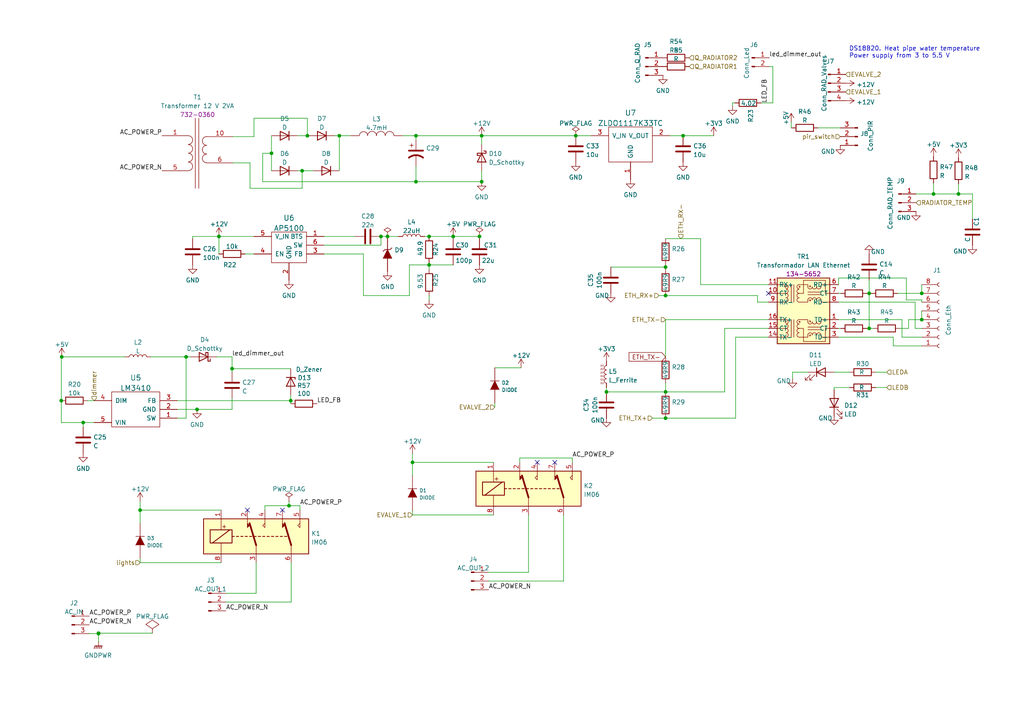
<source format=kicad_sch>
(kicad_sch (version 20211123) (generator eeschema)
  (paper "A4")
  (lib_symbols
    (symbol "Connector:Conn_01x02_Male" (pin_names (offset 1.016) hide)
      (property "Reference" "J" (at 0 2.54 0))
      (property "Value" "Conn_01x02_Male" (at 0 -5.08 0))
      (symbol "Conn_01x02_Male_1_1"
        (pin passive line (at 5.08 0 180) (length 3.81) (name "Pin_1") (number "1"))
        (pin passive line (at 5.08 -2.54 180) (length 3.81) (name "Pin_2") (number "2"))
      )
    )
    (symbol "Connector:Conn_01x03_Male" (pin_names (offset 1.016) hide)
      (property "Reference" "J" (at 0 5.08 0))
      (property "Value" "Conn_01x03_Male" (at 0 -5.08 0))
      (symbol "Conn_01x03_Male_1_1"
        (pin passive line (at 5.08 2.54 180) (length 3.81) (name "Pin_1") (number "1"))
        (pin passive line (at 5.08 0 180) (length 3.81) (name "Pin_2") (number "2"))
        (pin passive line (at 5.08 -2.54 180) (length 3.81) (name "Pin_3") (number "3"))
      )
    )
    (symbol "Connector:Conn_01x04_Male" (pin_names (offset 1.016) hide)
      (property "Reference" "J" (at 0 5.08 0))
      (property "Value" "Conn_01x04_Male" (at 0 -7.62 0))
      (symbol "Conn_01x04_Male_1_1"
        (pin passive line (at 5.08 2.54 180) (length 3.81) (name "Pin_1") (number "1"))
        (pin passive line (at 5.08 0 180) (length 3.81) (name "Pin_2") (number "2"))
        (pin passive line (at 5.08 -2.54 180) (length 3.81) (name "Pin_3") (number "3"))
        (pin passive line (at 5.08 -5.08 180) (length 3.81) (name "Pin_4") (number "4"))
      )
    )
    (symbol "Connector:Conn_01x08_Female" (pin_names (offset 1.016) hide)
      (property "Reference" "J" (at 0 10.16 0))
      (property "Value" "Conn_01x08_Female" (at 0 -12.7 0))
      (symbol "Conn_01x08_Female_1_1"
        (pin passive line (at -5.08 7.62 0) (length 3.81) (name "Pin_1") (number "1"))
        (pin passive line (at -5.08 5.08 0) (length 3.81) (name "Pin_2") (number "2"))
        (pin passive line (at -5.08 2.54 0) (length 3.81) (name "Pin_3") (number "3"))
        (pin passive line (at -5.08 0 0) (length 3.81) (name "Pin_4") (number "4"))
        (pin passive line (at -5.08 -2.54 0) (length 3.81) (name "Pin_5") (number "5"))
        (pin passive line (at -5.08 -5.08 0) (length 3.81) (name "Pin_6") (number "6"))
        (pin passive line (at -5.08 -7.62 0) (length 3.81) (name "Pin_7") (number "7"))
        (pin passive line (at -5.08 -10.16 0) (length 3.81) (name "Pin_8") (number "8"))
      )
    )
    (symbol "Device:C" (pin_numbers hide) (pin_names (offset 0.254))
      (property "Reference" "C" (at 0.635 2.54 0))
      (property "Value" "C" (at 0.635 -2.54 0))
      (symbol "C_1_1"
        (pin passive line (at 0 3.81 270) (length 2.794) (name "~") (number "1"))
        (pin passive line (at 0 -3.81 90) (length 2.794) (name "~") (number "2"))
      )
    )
    (symbol "Device:C_Polarized_US" (pin_numbers hide) (pin_names (offset 0.254) hide)
      (property "Reference" "C" (at 0.635 2.54 0))
      (property "Value" "C_Polarized_US" (at 0.635 -2.54 0))
      (symbol "C_Polarized_US_1_1"
        (pin passive line (at 0 3.81 270) (length 2.794) (name "~") (number "1"))
        (pin passive line (at 0 -3.81 90) (length 3.302) (name "~") (number "2"))
      )
    )
    (symbol "Device:D" (pin_numbers hide) (pin_names (offset 1.016) hide)
      (property "Reference" "D" (at 0 2.54 0))
      (property "Value" "D" (at 0 -2.54 0))
      (symbol "D_1_1"
        (pin passive line (at -3.81 0 0) (length 2.54) (name "K") (number "1"))
        (pin passive line (at 3.81 0 180) (length 2.54) (name "A") (number "2"))
      )
    )
    (symbol "Device:D_Schottky" (pin_numbers hide) (pin_names (offset 1.016) hide)
      (property "Reference" "D" (at 0 2.54 0))
      (property "Value" "D_Schottky" (at 0 -2.54 0))
      (symbol "D_Schottky_1_1"
        (pin passive line (at -3.81 0 0) (length 2.54) (name "K") (number "1"))
        (pin passive line (at 3.81 0 180) (length 2.54) (name "A") (number "2"))
      )
    )
    (symbol "Device:D_Zener" (pin_numbers hide) (pin_names (offset 1.016) hide)
      (property "Reference" "D" (at 0 2.54 0))
      (property "Value" "D_Zener" (at 0 -2.54 0))
      (symbol "D_Zener_1_1"
        (pin passive line (at -3.81 0 0) (length 2.54) (name "K") (number "1"))
        (pin passive line (at 3.81 0 180) (length 2.54) (name "A") (number "2"))
      )
    )
    (symbol "Device:L" (pin_numbers hide) (pin_names (offset 1.016) hide)
      (property "Reference" "L" (at -1.27 0 90))
      (property "Value" "L" (at 1.905 0 90))
      (symbol "L_1_1"
        (pin passive line (at 0 3.81 270) (length 1.27) (name "1") (number "1"))
        (pin passive line (at 0 -3.81 90) (length 1.27) (name "2") (number "2"))
      )
    )
    (symbol "Device:LED" (pin_numbers hide) (pin_names (offset 1.016) hide)
      (property "Reference" "D" (at 0 2.54 0))
      (property "Value" "LED" (at 0 -2.54 0))
      (symbol "LED_1_1"
        (pin passive line (at -3.81 0 0) (length 2.54) (name "K") (number "1"))
        (pin passive line (at 3.81 0 180) (length 2.54) (name "A") (number "2"))
      )
    )
    (symbol "Device:L_Ferrite" (pin_numbers hide) (pin_names (offset 1.016) hide)
      (property "Reference" "L" (at -1.27 0 90))
      (property "Value" "L_Ferrite" (at 2.794 0 90))
      (symbol "L_Ferrite_1_1"
        (pin passive line (at 0 3.81 270) (length 1.27) (name "1") (number "1"))
        (pin passive line (at 0 -3.81 90) (length 1.27) (name "2") (number "2"))
      )
    )
    (symbol "Device:R" (pin_numbers hide) (pin_names (offset 0))
      (property "Reference" "R" (at 2.032 0 90))
      (property "Value" "R" (at 0 0 90))
      (symbol "R_1_1"
        (pin passive line (at 0 3.81 270) (length 1.27) (name "~") (number "1"))
        (pin passive line (at 0 -3.81 90) (length 1.27) (name "~") (number "2"))
      )
    )
    (symbol "Relay:IM06"
      (property "Reference" "K" (at 16.51 3.81 0))
      (property "Value" "IM06" (at 16.51 1.27 0))
      (symbol "IM06_0_0"
        (text "+" (at -9.271 2.921 0) (effects (font (size 1.27 1.27))))
      )
      (symbol "IM06_1_1"
        (pin passive line (at -10.16 7.62 270) (length 2.54) (name "~") (number "1"))
        (pin passive line (at -2.54 7.62 270) (length 2.54) (name "~") (number "2"))
        (pin passive line (at 0 -7.62 90) (length 2.54) (name "~") (number "3"))
        (pin passive line (at 2.54 7.62 270) (length 2.54) (name "~") (number "4"))
        (pin passive line (at 12.7 7.62 270) (length 2.54) (name "~") (number "5"))
        (pin passive line (at 10.16 -7.62 90) (length 2.54) (name "~") (number "6"))
        (pin passive line (at 7.62 7.62 270) (length 2.54) (name "~") (number "7"))
        (pin passive line (at -10.16 -7.62 90) (length 2.54) (name "~") (number "8"))
      )
    )
    (symbol "myLibrary:+3V3" (power) (pin_names (offset 0))
      (property "Value" "+3V3" (at 0 3.556 0))
      (symbol "+3V3_1_1"
        (pin power_in line (at 0 0 90) (length 0) hide (name "+3V3") (number "1"))
      )
    )
    (symbol "myLibrary:AP5100-uhp" (pin_names (offset 1.016))
      (property "Reference" "U101" (at -2.54 8.8138 0))
      (property "Value" "AP5100-uhp" (at -2.54 6.1214 0))
      (symbol "AP5100-uhp_1_1"
        (pin power_out line (at 7.62 2.54 180) (length 5.08) (name "BTS") (number "1"))
        (pin power_in line (at -2.54 -10.16 90) (length 5.08) (name "GND") (number "2"))
        (pin input line (at 7.62 -2.54 180) (length 5.08) (name "FB") (number "3"))
        (pin input line (at -12.7 -2.54 0) (length 5.08) (name "EN") (number "4"))
        (pin power_in line (at -12.7 2.54 0) (length 5.08) (name "V_IN") (number "5"))
        (pin power_in line (at 7.62 0 180) (length 5.08) (name "SW") (number "6"))
      )
    )
    (symbol "myLibrary:DIODE" (pin_numbers hide) (pin_names (offset 1.016) hide)
      (property "Reference" "D" (at 0 2.54 0))
      (property "Value" "DIODE" (at 0 -2.54 0))
      (symbol "DIODE_1_1"
        (pin passive line (at -5.08 0 0) (length 3.81) (name "A") (number "1"))
        (pin passive line (at 5.08 0 180) (length 3.81) (name "K") (number "2"))
      )
    )
    (symbol "myLibrary:GND" (power) (pin_names (offset 0))
      (property "Value" "GND" (at 0 -3.81 0))
      (symbol "GND_1_1"
        (pin power_in line (at 0 0 270) (length 0) hide (name "GND") (number "1"))
      )
    )
    (symbol "myLibrary:INDUCTOR" (pin_numbers hide) (pin_names (offset 1.016) hide)
      (property "Reference" "L" (at -1.27 0 90))
      (property "Value" "INDUCTOR" (at 2.54 0 90))
      (symbol "INDUCTOR_1_1"
        (pin passive line (at 0 7.62 270) (length 2.54) (name "1") (number "1"))
        (pin passive line (at 0 -7.62 90) (length 2.54) (name "2") (number "2"))
      )
    )
    (symbol "myLibrary:LM3410" (pin_names (offset 1.016))
      (property "Reference" "U" (at 6.35 -3.81 0))
      (property "Value" "LM3410" (at -3.81 -3.81 0))
      (symbol "LM3410_1_1"
        (pin open_collector line (at 13.97 1.27 180) (length 5.08) (name "SW") (number "1"))
        (pin power_in line (at 13.97 3.81 180) (length 5.08) (name "GND") (number "2"))
        (pin input line (at 13.97 6.35 180) (length 5.08) (name "FB") (number "3"))
        (pin input line (at -10.16 6.35 0) (length 5.08) (name "DIM") (number "4"))
        (pin power_in line (at -10.16 0 0) (length 5.08) (name "VIN") (number "5"))
      )
    )
    (symbol "myLibrary:PWR_FLAG" (power) (pin_numbers hide) (pin_names (offset 0) hide)
      (property "Value" "PWR_FLAG" (at 0 4.572 0))
      (symbol "PWR_FLAG_0_0"
        (pin power_out line (at 0 0 90) (length 0) (name "pwr") (number "1"))
      )
    )
    (symbol "myLibrary:Transformador LAN Ethernet"
      (property "Reference" "TR" (at 0 10.795 0))
      (property "Value" "Transformador LAN Ethernet" (at 0 -10.795 0))
      (property "rs" "134-5652" (at 0 0 0))
      (symbol "Transformador LAN Ethernet_1_1"
        (pin passive line (at 10.16 -2.54 180) (length 2.54) (name "TD+") (number "1"))
        (pin passive line (at -10.16 5.08 0) (length 2.54) (name "CT") (number "10"))
        (pin passive line (at -10.16 7.62 0) (length 2.54) (name "RX+") (number "11"))
        (pin passive line (at -10.16 -7.62 0) (length 2.54) (name "TX-") (number "14"))
        (pin passive line (at -10.16 -5.08 0) (length 2.54) (name "CT") (number "15"))
        (pin passive line (at -10.16 -2.54 0) (length 2.54) (name "TX+") (number "16"))
        (pin passive line (at 10.16 -5.08 180) (length 2.54) (name "CT") (number "2"))
        (pin passive line (at 10.16 -7.62 180) (length 2.54) (name "TD-") (number "3"))
        (pin passive line (at 10.16 7.62 180) (length 2.54) (name "RD+") (number "6"))
        (pin passive line (at 10.16 5.08 180) (length 2.54) (name "CT") (number "7"))
        (pin passive line (at 10.16 2.54 180) (length 2.54) (name "RD-") (number "8"))
        (pin passive line (at -10.16 2.54 0) (length 2.54) (name "RX-") (number "9"))
      )
    )
    (symbol "myLibrary:Transformer 12 V 2VA" (pin_names (offset 1.016) hide)
      (property "Reference" "T" (at 0 12.7 0))
      (property "Value" "Transformer 12 V 2VA" (at 0 -12.7 0))
      (property "RS" "732-0360" (at 5.842 9.144 0))
      (symbol "Transformer 12 V 2VA_1_1"
        (pin passive line (at -10.16 5.08 0) (length 7.62) (name "AA") (number "1"))
        (pin passive line (at 10.414 4.826 180) (length 7.62) (name "SA") (number "10"))
        (pin passive line (at -10.16 -5.08 0) (length 7.62) (name "AB") (number "5"))
        (pin passive line (at 10.414 -2.794 180) (length 7.62) (name "SD") (number "6"))
      )
    )
    (symbol "myLibrary:ZENER" (pin_numbers hide) (pin_names (offset 1.016) hide)
      (property "Reference" "D" (at 0 2.54 0))
      (property "Value" "ZENER" (at 0 -2.54 0))
      (symbol "ZENER_1_1"
        (pin passive line (at -5.08 0 0) (length 3.81) (name "K") (number "1"))
        (pin passive line (at 5.08 0 180) (length 3.81) (name "A") (number "2"))
      )
    )
    (symbol "myLibrary:ZLDO1117K33TC" (pin_names (offset 1.016))
      (property "Reference" "U" (at 3.81 -7.62 0))
      (property "Value" "ZLDO1117K33TC" (at 1.27 5.08 0))
      (symbol "ZLDO1117K33TC_1_1"
        (pin power_in line (at 0 -11.43 90) (length 5.08) (name "GND") (number "1"))
        (pin power_out line (at 11.43 1.27 180) (length 5.08) (name "V_OUT") (number "2"))
        (pin power_in line (at -11.43 1.27 0) (length 5.08) (name "V_IN") (number "3"))
      )
    )
    (symbol "power:+12V" (power) (pin_names (offset 0))
      (property "Value" "+12V" (at 0 3.556 0))
      (symbol "+12V_1_1"
        (pin power_in line (at 0 0 90) (length 0) hide (name "+12V") (number "1"))
      )
    )
    (symbol "power:+5V" (power) (pin_names (offset 0))
      (property "Value" "+5V" (at 0 3.556 0))
      (symbol "+5V_1_1"
        (pin power_in line (at 0 0 90) (length 0) hide (name "+5V") (number "1"))
      )
    )
    (symbol "power:GNDPWR" (power) (pin_names (offset 0))
      (property "Value" "GNDPWR" (at 0 -3.302 0))
      (symbol "GNDPWR_1_1"
        (pin power_in line (at 0 0 270) (length 0) hide (name "GNDPWR") (number "1"))
      )
    )
    (symbol "power:PWR_FLAG" (power) (pin_numbers hide) (pin_names (offset 0) hide)
      (property "Value" "PWR_FLAG" (at 0 3.81 0))
      (symbol "PWR_FLAG_0_0"
        (pin power_out line (at 0 0 90) (length 0) (name "pwr") (number "1"))
      )
    )
  )
  (junction (at 139.065 68.58))
  (junction (at 110.49 68.58))
  (junction (at 139.7 39.37))
  (junction (at 193.04 113.665))
  (junction (at 53.975 103.505))
  (junction (at 252.095 85.09))
  (junction (at 119.634 134.112))
  (junction (at 28.575 183.769))
  (junction (at 87.63 49.53))
  (junction (at 89.154 39.37))
  (junction (at 84.328 116.205))
  (junction (at 267.335 85.09))
  (junction (at 193.04 77.47))
  (junction (at 278.003 56.261))
  (junction (at 40.64 147.955))
  (junction (at 193.04 85.725))
  (junction (at 63.5 68.58))
  (junction (at 198.12 39.37))
  (junction (at 270.764 56.261))
  (junction (at 267.335 92.71))
  (junction (at 57.15 118.745))
  (junction (at 120.65 39.37))
  (junction (at 17.907 103.505))
  (junction (at 17.78 116.205))
  (junction (at 28.575 183.642))
  (junction (at 120.65 52.705))
  (junction (at 167.005 39.37))
  (junction (at 252.095 95.25))
  (junction (at 98.425 39.37))
  (junction (at 131.445 68.58))
  (junction (at 124.46 68.58))
  (junction (at 83.82 146.685))
  (junction (at 67.31 106.934))
  (junction (at 24.13 122.555))
  (junction (at 78.74 44.45))
  (junction (at 193.04 121.285))
  (junction (at 112.395 68.58))
  (junction (at 124.46 76.835))
  (junction (at 139.7 52.705))
  (junction (at 175.895 113.665))
  (no_connect (at 81.915 147.955))
  (no_connect (at 160.909 134.112))
  (no_connect (at 155.829 134.112))
  (no_connect (at 222.885 85.09))
  (no_connect (at 71.755 147.955))
  (wire (pts (xy 229.87 107.95) (xy 229.87 109.855)))
  (wire (pts (xy 118.745 76.835) (xy 124.46 76.835)))
  (wire (pts (xy 220.726 29.845) (xy 224.155 29.845)))
  (wire (pts (xy 210.185 113.665) (xy 193.04 113.665)))
  (wire (pts (xy 282.067 63.5) (xy 282.067 56.261)))
  (wire (pts (xy 141.732 168.529) (xy 163.449 168.529)))
  (wire (pts (xy 28.575 183.769) (xy 28.575 186.055)))
  (wire (pts (xy 67.564 47.244) (xy 72.517 47.244)))
  (wire (pts (xy 73.66 68.58) (xy 63.5 68.58)))
  (wire (pts (xy 241.935 112.395) (xy 241.935 113.03)))
  (wire (pts (xy 120.65 39.37) (xy 139.7 39.37)))
  (wire (pts (xy 40.64 147.955) (xy 40.64 151.765)))
  (wire (pts (xy 51.435 121.285) (xy 53.975 121.285)))
  (wire (pts (xy 65.532 172.085) (xy 74.295 172.085)))
  (wire (pts (xy 251.46 95.25) (xy 252.095 95.25)))
  (wire (pts (xy 84.328 116.205) (xy 84.328 117.094)))
  (wire (pts (xy 203.2 82.55) (xy 203.2 69.215)))
  (wire (pts (xy 262.89 86.995) (xy 267.335 86.995)))
  (wire (pts (xy 86.36 49.53) (xy 87.63 49.53)))
  (wire (pts (xy 139.065 69.215) (xy 139.065 68.58)))
  (wire (pts (xy 110.49 68.58) (xy 112.395 68.58)))
  (wire (pts (xy 123.19 68.58) (xy 124.46 68.58)))
  (wire (pts (xy 40.64 161.925) (xy 40.64 163.195)))
  (wire (pts (xy 131.445 68.58) (xy 139.065 68.58)))
  (wire (pts (xy 67.31 103.505) (xy 62.865 103.505)))
  (wire (pts (xy 36.195 103.505) (xy 17.907 103.505)))
  (wire (pts (xy 119.634 134.112) (xy 143.129 134.112)))
  (wire (pts (xy 222.885 92.71) (xy 193.04 92.71)))
  (wire (pts (xy 119.634 131.572) (xy 119.634 134.112)))
  (wire (pts (xy 139.7 52.705) (xy 120.65 52.705)))
  (wire (pts (xy 139.7 41.91) (xy 139.7 39.37)))
  (wire (pts (xy 53.975 103.505) (xy 55.245 103.505)))
  (wire (pts (xy 74.295 163.195) (xy 74.295 172.085)))
  (wire (pts (xy 203.2 69.215) (xy 193.04 69.215)))
  (wire (pts (xy 78.74 44.45) (xy 78.74 49.53)))
  (wire (pts (xy 119.634 134.112) (xy 119.634 137.922)))
  (wire (pts (xy 243.713 37.084) (xy 237.236 37.084)))
  (wire (pts (xy 150.749 134.112) (xy 150.749 132.842)))
  (wire (pts (xy 193.04 85.725) (xy 219.71 85.725)))
  (wire (pts (xy 141.732 165.989) (xy 153.289 165.989)))
  (wire (pts (xy 263.525 92.71) (xy 267.335 92.71)))
  (wire (pts (xy 78.74 39.37) (xy 78.74 44.45)))
  (wire (pts (xy 43.815 103.505) (xy 53.975 103.505)))
  (wire (pts (xy 116.84 39.37) (xy 120.65 39.37)))
  (wire (pts (xy 118.745 85.725) (xy 118.745 76.835)))
  (wire (pts (xy 193.04 77.47) (xy 193.04 76.835)))
  (wire (pts (xy 194.31 39.37) (xy 198.12 39.37)))
  (wire (pts (xy 112.395 68.58) (xy 115.57 68.58)))
  (wire (pts (xy 282.067 56.261) (xy 278.003 56.261)))
  (wire (pts (xy 265.43 95.25) (xy 267.335 95.25)))
  (wire (pts (xy 175.895 113.665) (xy 193.04 113.665)))
  (wire (pts (xy 67.31 103.505) (xy 67.31 106.934)))
  (wire (pts (xy 219.71 87.63) (xy 222.885 87.63)))
  (wire (pts (xy 73.66 34.29) (xy 89.154 34.29)))
  (wire (pts (xy 212.471 29.845) (xy 213.106 29.845)))
  (wire (pts (xy 270.764 56.261) (xy 278.003 56.261)))
  (wire (pts (xy 84.455 163.195) (xy 84.455 174.625)))
  (wire (pts (xy 243.205 80.645) (xy 262.89 80.645)))
  (wire (pts (xy 86.995 146.685) (xy 86.995 147.955)))
  (wire (pts (xy 17.78 103.505) (xy 17.78 116.205)))
  (wire (pts (xy 76.835 146.685) (xy 76.835 147.955)))
  (wire (pts (xy 265.43 87.63) (xy 265.43 95.25)))
  (wire (pts (xy 219.71 85.725) (xy 219.71 87.63)))
  (wire (pts (xy 65.532 174.625) (xy 84.455 174.625)))
  (wire (pts (xy 252.095 95.25) (xy 253.365 95.25)))
  (wire (pts (xy 76.2 44.45) (xy 78.74 44.45)))
  (wire (pts (xy 98.425 39.37) (xy 101.6 39.37)))
  (wire (pts (xy 87.63 49.53) (xy 90.805 49.53)))
  (wire (pts (xy 25.908 183.769) (xy 28.575 183.769)))
  (wire (pts (xy 270.764 53.086) (xy 270.764 56.261)))
  (wire (pts (xy 267.335 86.995) (xy 267.335 87.63)))
  (wire (pts (xy 93.98 71.12) (xy 110.49 71.12)))
  (wire (pts (xy 259.08 97.79) (xy 259.08 100.33)))
  (wire (pts (xy 177.165 77.47) (xy 193.04 77.47)))
  (wire (pts (xy 24.13 122.555) (xy 27.305 122.555)))
  (wire (pts (xy 263.525 95.25) (xy 263.525 92.71)))
  (wire (pts (xy 17.78 122.555) (xy 24.13 122.555)))
  (wire (pts (xy 153.289 149.352) (xy 153.289 165.989)))
  (wire (pts (xy 213.36 121.285) (xy 213.36 97.79)))
  (wire (pts (xy 124.46 76.2) (xy 124.46 76.835)))
  (wire (pts (xy 25.4 116.205) (xy 27.305 116.205)))
  (wire (pts (xy 53.975 121.285) (xy 53.975 103.505)))
  (wire (pts (xy 17.78 116.205) (xy 17.78 122.555)))
  (wire (pts (xy 261.62 92.71) (xy 261.62 97.79)))
  (wire (pts (xy 71.12 73.66) (xy 73.66 73.66)))
  (wire (pts (xy 97.155 39.37) (xy 98.425 39.37)))
  (wire (pts (xy 210.185 95.25) (xy 210.185 113.665)))
  (wire (pts (xy 40.64 147.955) (xy 64.135 147.955)))
  (wire (pts (xy 254 107.95) (xy 257.175 107.95)))
  (wire (pts (xy 119.634 148.082) (xy 119.634 149.352)))
  (wire (pts (xy 213.36 97.79) (xy 222.885 97.79)))
  (wire (pts (xy 241.935 107.95) (xy 246.38 107.95)))
  (wire (pts (xy 24.13 123.825) (xy 24.13 122.555)))
  (wire (pts (xy 198.12 39.37) (xy 207.01 39.37)))
  (wire (pts (xy 105.41 85.725) (xy 118.745 85.725)))
  (wire (pts (xy 163.449 149.352) (xy 163.449 168.529)))
  (wire (pts (xy 278.003 53.34) (xy 278.003 56.261)))
  (wire (pts (xy 212.471 30.734) (xy 212.471 29.845)))
  (wire (pts (xy 254 112.395) (xy 257.175 112.395)))
  (wire (pts (xy 110.49 71.12) (xy 110.49 68.58)))
  (wire (pts (xy 252.095 81.28) (xy 252.095 85.09)))
  (wire (pts (xy 84.328 114.554) (xy 84.328 116.205)))
  (wire (pts (xy 261.62 97.79) (xy 267.335 97.79)))
  (wire (pts (xy 44.196 183.642) (xy 28.575 183.642)))
  (wire (pts (xy 167.005 39.37) (xy 171.45 39.37)))
  (wire (pts (xy 193.04 92.71) (xy 193.04 103.505)))
  (wire (pts (xy 265.684 56.261) (xy 270.764 56.261)))
  (wire (pts (xy 229.616 37.084) (xy 229.489 37.084)))
  (wire (pts (xy 124.46 76.835) (xy 131.445 76.835)))
  (wire (pts (xy 165.989 132.842) (xy 165.989 134.112)))
  (wire (pts (xy 40.64 163.195) (xy 64.135 163.195)))
  (wire (pts (xy 252.095 95.25) (xy 252.095 85.09)))
  (wire (pts (xy 139.7 39.37) (xy 167.005 39.37)))
  (wire (pts (xy 83.82 145.415) (xy 83.82 146.685)))
  (wire (pts (xy 260.985 95.25) (xy 263.525 95.25)))
  (wire (pts (xy 55.88 68.58) (xy 55.88 69.215)))
  (wire (pts (xy 83.82 146.685) (xy 76.835 146.685)))
  (wire (pts (xy 51.435 118.745) (xy 57.15 118.745)))
  (wire (pts (xy 189.23 121.285) (xy 193.04 121.285)))
  (wire (pts (xy 93.98 68.58) (xy 102.87 68.58)))
  (wire (pts (xy 261.62 92.71) (xy 243.205 92.71)))
  (wire (pts (xy 260.35 85.09) (xy 267.335 85.09)))
  (wire (pts (xy 243.205 85.09) (xy 243.84 85.09)))
  (wire (pts (xy 83.82 146.685) (xy 86.995 146.685)))
  (wire (pts (xy 175.895 112.395) (xy 175.895 113.665)))
  (wire (pts (xy 17.907 103.505) (xy 17.78 103.505)))
  (wire (pts (xy 120.65 52.705) (xy 76.2 52.705)))
  (wire (pts (xy 262.89 80.645) (xy 262.89 86.995)))
  (wire (pts (xy 234.315 107.95) (xy 229.87 107.95)))
  (wire (pts (xy 193.04 77.47) (xy 193.04 78.105)))
  (wire (pts (xy 28.575 183.642) (xy 28.575 183.769)))
  (wire (pts (xy 98.425 49.53) (xy 98.425 39.37)))
  (wire (pts (xy 252.095 85.09) (xy 252.73 85.09)))
  (wire (pts (xy 229.489 35.433) (xy 229.489 37.084)))
  (wire (pts (xy 67.31 106.934) (xy 84.328 106.934)))
  (wire (pts (xy 72.517 54.61) (xy 87.63 54.61)))
  (wire (pts (xy 143.51 116.84) (xy 143.51 118.11)))
  (wire (pts (xy 124.46 76.835) (xy 124.46 78.105)))
  (wire (pts (xy 243.205 95.25) (xy 243.84 95.25)))
  (wire (pts (xy 243.205 80.645) (xy 243.205 82.55)))
  (wire (pts (xy 243.205 87.63) (xy 265.43 87.63)))
  (wire (pts (xy 222.885 95.25) (xy 210.185 95.25)))
  (wire (pts (xy 73.66 39.624) (xy 73.66 34.29)))
  (wire (pts (xy 93.98 73.66) (xy 105.41 73.66)))
  (wire (pts (xy 51.435 116.205) (xy 84.328 116.205)))
  (wire (pts (xy 193.04 121.285) (xy 213.36 121.285)))
  (wire (pts (xy 89.154 39.37) (xy 89.535 39.37)))
  (wire (pts (xy 193.04 111.125) (xy 193.04 113.665)))
  (wire (pts (xy 191.135 85.725) (xy 193.04 85.725)))
  (wire (pts (xy 150.749 132.842) (xy 165.989 132.842)))
  (wire (pts (xy 63.5 68.58) (xy 63.5 73.66)))
  (wire (pts (xy 139.7 49.53) (xy 139.7 52.705)))
  (wire (pts (xy 86.36 39.37) (xy 89.154 39.37)))
  (wire (pts (xy 243.205 97.79) (xy 259.08 97.79)))
  (wire (pts (xy 246.38 112.395) (xy 241.935 112.395)))
  (wire (pts (xy 223.139 19.304) (xy 224.155 19.304)))
  (wire (pts (xy 63.5 68.58) (xy 55.88 68.58)))
  (wire (pts (xy 251.46 85.09) (xy 252.095 85.09)))
  (wire (pts (xy 89.154 34.29) (xy 89.154 39.37)))
  (wire (pts (xy 124.46 68.58) (xy 131.445 68.58)))
  (wire (pts (xy 120.65 48.26) (xy 120.65 52.705)))
  (wire (pts (xy 67.31 115.57) (xy 67.31 118.745)))
  (wire (pts (xy 267.335 82.55) (xy 267.335 85.09)))
  (wire (pts (xy 259.08 100.33) (xy 267.335 100.33)))
  (wire (pts (xy 222.885 82.55) (xy 203.2 82.55)))
  (wire (pts (xy 143.51 106.68) (xy 151.13 106.68)))
  (wire (pts (xy 119.634 149.352) (xy 143.129 149.352)))
  (wire (pts (xy 120.65 39.37) (xy 120.65 40.64)))
  (wire (pts (xy 267.335 90.17) (xy 267.335 92.71)))
  (wire (pts (xy 105.41 73.66) (xy 105.41 85.725)))
  (wire (pts (xy 76.2 52.705) (xy 76.2 44.45)))
  (wire (pts (xy 67.564 39.624) (xy 73.66 39.624)))
  (wire (pts (xy 67.31 106.934) (xy 67.31 107.95)))
  (wire (pts (xy 72.517 47.244) (xy 72.517 54.61)))
  (wire (pts (xy 131.445 69.215) (xy 131.445 68.58)))
  (wire (pts (xy 224.155 19.304) (xy 224.155 29.845)))
  (wire (pts (xy 124.46 85.725) (xy 124.46 86.995)))
  (wire (pts (xy 67.31 118.745) (xy 57.15 118.745)))
  (wire (pts (xy 40.64 145.415) (xy 40.64 147.955)))
  (wire (pts (xy 87.63 49.53) (xy 87.63 54.61)))
  (text "DS18B20. Heat pipe water temperature\nPower supply from 3 to 5.5 V" (at 246.253 17.018 0) (effects (font (size 1.27 1.27)) (justify left bottom)))
  (label "AC_POWER_P" (at 25.908 178.689 0))
  (label "AC_POWER_N" (at 65.532 177.165 0))
  (label "AC_POWER_N" (at 141.732 171.069 0))
  (label "AC_POWER_N" (at 25.908 181.229 0))
  (label "AC_POWER_N" (at 46.99 49.53 180))
  (label "AC_POWER_P" (at 165.989 132.842 0))
  (label "AC_POWER_P" (at 46.99 39.37 180))
  (label "AC_POWER_P" (at 86.995 146.685 0))
  (label "LED_FB" (at 91.948 117.094 0))
  (label "LED_FB" (at 222.758 29.845 90))
  (label "led_dimmer_out" (at 67.31 103.5304 0))
  (label "led_dimmer_out" (at 223.139 16.764 0))
  (global_label "ETH_TX-" (shape input) (at 193.04 103.505 180) (property "Intersheet References" "${INTERSHEET_REFS}" (effects hide)))
  (hierarchical_label "ETH_RX+" (shape input) (at 191.135 85.725 180))
  (hierarchical_label "Q_RADIATOR2" (shape input) (at 199.898 16.764 0))
  (hierarchical_label "ETH_TX+" (shape input) (at 189.23 121.285 180))
  (hierarchical_label "pir_switch" (shape input) (at 243.713 39.624 180))
  (hierarchical_label "RADIATOR_TEMP" (shape input) (at 265.684 58.801 0))
  (hierarchical_label "EVALVE_1" (shape input) (at 245.237 26.67 0))
  (hierarchical_label "lights" (shape input) (at 40.64 163.195 180))
  (hierarchical_label "dimmer" (shape input) (at 27.305 116.205 90))
  (hierarchical_label "ETH_RX-" (shape input) (at 197.485 69.215 90))
  (hierarchical_label "LEDA" (shape input) (at 257.175 107.95 0))
  (hierarchical_label "EVALVE_1" (shape input) (at 119.634 149.352 180))
  (hierarchical_label "LEDB" (shape input) (at 257.175 112.395 0))
  (hierarchical_label "ETH_TX-" (shape input) (at 193.04 92.71 180))
  (hierarchical_label "EVALVE_2" (shape input) (at 143.51 118.11 180))
  (hierarchical_label "EVALVE_2" (shape input) (at 245.237 21.59 0))
  (hierarchical_label "Q_RADIATOR1" (shape input) (at 199.898 19.304 0))
  (symbol (lib_id "myLibrary:DIODE") (at 119.634 143.002 90) (unit 1)
    (property "Reference" "D1" (at 121.6152 142.2708 90) (effects (font (size 1.016 1.016)) (justify right)))
    (property "Value" "DIODE" (at 121.6152 144.3512 90) (effects (font (size 1.016 1.016)) (justify right)))
    (property "Footprint" "Diode_SMD:D_SMA" (effects hide))
    (property "RS" "708-2197" (effects hide))
  )
  (symbol (lib_id "myLibrary:+3V3") (at 278.003 45.72 0) (unit 1)
    (property "Reference" "#PWR0117" (effects hide))
    (property "Value" "+3V3" (at 278.003 42.1442 0))
  )
  (symbol (lib_id "Connector:Conn_01x03_Male") (at 136.652 168.529 0) (unit 1)
    (property "Reference" "J4" (at 137.287 162.213 0))
    (property "Value" "AC_OUT_2" (at 137.287 164.7499 0))
    (property "Footprint" "TerminalBlock:TerminalBlock_bornier-3_P5.08mm" (effects hide))
  )
  (symbol (lib_id "Device:C") (at 198.12 43.18 0) (unit 1)
    (property "Reference" "C36" (at 201.041 42.3453 0) (effects (justify left)))
    (property "Value" "10u" (at 201.041 44.8822 0) (effects (justify left)))
    (property "Footprint" "Capacitor_Tantalum_SMD:CP_EIA-3528-12_Kemet-T_Pad1.50x2.35mm_HandSolder" (effects hide))
  )
  (symbol (lib_id "Connector:Conn_01x02_Male") (at 218.059 16.764 0) (unit 1)
    (property "Reference" "J6" (at 218.694 12.988 0))
    (property "Value" "Conn_Led" (at 216.535 18.288 90))
    (property "Footprint" "Connector_JST:JST_PH_B2B-PH-K_1x02_P2.00mm_Vertical" (effects hide))
  )
  (symbol (lib_id "Device:C") (at 106.68 68.58 90) (unit 1)
    (property "Reference" "C28" (at 106.68 62.7212 90))
    (property "Value" "22n" (at 106.68 65.2581 90))
    (property "Footprint" "Capacitor_SMD:C_0603_1608Metric_Pad1.08x0.95mm_HandSolder" (effects hide))
  )
  (symbol (lib_id "myLibrary:GND") (at 182.88 52.07 0) (unit 1)
    (property "Reference" "#PWR088" (effects hide))
    (property "Value" "GND" (at 182.88 56.5134 0))
  )
  (symbol (lib_id "myLibrary:GND") (at 282.067 71.12 0) (unit 1)
    (property "Reference" "#PWR05" (effects hide))
    (property "Value" "GND" (at 278.511 72.898 0))
  )
  (symbol (lib_id "myLibrary:Transformador LAN Ethernet") (at 233.045 90.17 0) (unit 1)
    (property "Reference" "TR1" (at 233.045 74.4084 0))
    (property "Value" "Transformador LAN Ethernet" (at 233.045 76.9453 0))
    (property "Footprint" "footprints:SM13072APEL" (effects hide))
    (property "rs" "134-5652" (at 233.045 79.4822 0))
  )
  (symbol (lib_id "power:+12V") (at 139.7 39.37 0) (unit 1)
    (property "Reference" "#PWR082" (effects hide))
    (property "Value" "+12V" (at 139.7 35.7942 0))
  )
  (symbol (lib_id "Device:C") (at 177.165 81.28 180) (unit 1)
    (property "Reference" "C35" (at 171.3062 81.28 90))
    (property "Value" "100n" (at 173.8431 81.28 90))
    (property "Footprint" "Capacitor_SMD:C_0603_1608Metric_Pad1.08x0.95mm_HandSolder" (effects hide))
  )
  (symbol (lib_id "Connector:Conn_01x08_Female") (at 272.415 92.71 0) (mirror x) (unit 1)
    (property "Reference" "J1" (at 271.78 78.393 0))
    (property "Value" "Conn_Eth" (at 275.082 92.837 90))
    (property "Footprint" "Connector_PinHeader_2.54mm:PinHeader_1x08_P2.54mm_Vertical" (effects hide))
    (property "RS" "7189813" (effects hide))
  )
  (symbol (lib_id "myLibrary:GND") (at 139.7 52.705 0) (unit 1)
    (property "Reference" "#PWR083" (effects hide))
    (property "Value" "GND" (at 139.7 57.1484 0))
  )
  (symbol (lib_id "Device:R") (at 124.46 81.915 0) (unit 1)
    (property "Reference" "R25" (at 126.365 83.185 90) (effects (justify left)))
    (property "Value" "9.53" (at 121.92 83.82 90) (effects (justify left)))
    (property "Footprint" "Resistor_SMD:R_0603_1608Metric_Pad0.98x0.95mm_HandSolder" (effects hide))
  )
  (symbol (lib_id "Connector:Conn_01x03_Male") (at 248.793 39.624 180) (unit 1)
    (property "Reference" "J8" (at 249.5042 38.7893 0) (effects (justify right)))
    (property "Value" "Conn_PIR" (at 252.476 43.942 90) (effects (justify right)))
    (property "Footprint" "Connector_JST:JST_PH_B3B-PH-K_1x03_P2.00mm_Vertical" (effects hide))
  )
  (symbol (lib_id "Device:L_Ferrite") (at 175.895 108.585 180) (unit 1)
    (property "Reference" "L5" (at 176.53 107.7503 0) (effects (justify right)))
    (property "Value" "L_Ferrite" (at 176.53 110.2872 0) (effects (justify right)))
    (property "Footprint" "Inductor_SMD:L_0805_2012Metric_Pad1.15x1.40mm_HandSolder" (effects hide))
  )
  (symbol (lib_id "myLibrary:GND") (at 139.065 76.835 0) (unit 1)
    (property "Reference" "#PWR081" (effects hide))
    (property "Value" "GND" (at 139.065 81.2784 0))
  )
  (symbol (lib_id "myLibrary:INDUCTOR") (at 109.22 39.37 90) (unit 1)
    (property "Reference" "L3" (at 109.22 34.5268 90))
    (property "Value" "4.7mH" (at 109.22 37.0637 90))
    (property "Footprint" "Inductor_SMD:L_12x12mm_H8mm" (effects hide))
    (property "Supplier and ref" "874-9826" (effects hide))
  )
  (symbol (lib_id "myLibrary:GND") (at 252.095 73.66 180) (unit 1)
    (property "Reference" "#PWR0103" (effects hide))
    (property "Value" "GND" (at 254.635 73.025 0))
  )
  (symbol (lib_id "myLibrary:GND") (at 167.005 46.99 0) (unit 1)
    (property "Reference" "#PWR087" (effects hide))
    (property "Value" "GND" (at 167.005 51.4334 0))
  )
  (symbol (lib_id "Device:R") (at 193.04 107.315 0) (unit 1)
    (property "Reference" "R28" (at 194.818 106.4803 0) (effects (justify left)))
    (property "Value" "49R9" (at 193.04 109.855 90) (effects (justify left)))
    (property "Footprint" "Resistor_SMD:R_0603_1608Metric_Pad0.98x0.95mm_HandSolder" (effects hide))
  )
  (symbol (lib_id "Device:R") (at 124.46 72.39 0) (unit 1)
    (property "Reference" "R24" (at 126.365 74.295 90) (effects (justify left)))
    (property "Value" "49.9" (at 121.92 74.295 90) (effects (justify left)))
    (property "Footprint" "Resistor_SMD:R_0603_1608Metric_Pad0.98x0.95mm_HandSolder" (effects hide))
  )
  (symbol (lib_id "power:PWR_FLAG") (at 112.395 68.58 0) (unit 1)
    (property "Reference" "#FLG04" (effects hide))
    (property "Value" "PWR_FLAG" (effects hide))
  )
  (symbol (lib_id "Device:R") (at 193.04 73.025 0) (unit 1)
    (property "Reference" "R26" (at 194.818 72.1903 0) (effects (justify left)))
    (property "Value" "49R9" (at 193.04 75.565 90) (effects (justify left)))
    (property "Footprint" "Resistor_SMD:R_0603_1608Metric_Pad0.98x0.95mm_HandSolder" (effects hide))
  )
  (symbol (lib_id "myLibrary:GND") (at 177.165 85.09 0) (unit 1)
    (property "Reference" "#PWR091" (effects hide))
    (property "Value" "GND" (at 174.625 85.725 0))
  )
  (symbol (lib_id "myLibrary:+3V3") (at 207.01 39.37 0) (unit 1)
    (property "Reference" "#PWR093" (effects hide))
    (property "Value" "+3V3" (at 207.01 35.7942 0))
  )
  (symbol (lib_id "Relay:IM06") (at 74.295 155.575 0) (unit 1)
    (property "Reference" "K1" (at 90.297 154.7403 0) (effects (justify left)))
    (property "Value" "IM06" (at 90.297 157.2772 0) (effects (justify left)))
    (property "Footprint" "footprints:IM06CTS" (effects hide))
    (property "Datasheet" "http://www.te.com/commerce/DocumentDelivery/DDEController?Action=srchrtrv&DocNm=108-98001&DocType=SS&DocLang=EN" (effects hide))
    (property "Supplier and ref" "422-7041" (effects hide))
  )
  (symbol (lib_id "Device:C") (at 175.895 117.475 180) (unit 1)
    (property "Reference" "C34" (at 170.0362 117.475 90))
    (property "Value" "100n" (at 172.5731 117.475 90))
    (property "Footprint" "Capacitor_SMD:C_0603_1608Metric_Pad1.08x0.95mm_HandSolder" (effects hide))
  )
  (symbol (lib_id "Device:C") (at 55.88 73.025 0) (unit 1)
    (property "Reference" "C26" (at 58.801 72.1903 0) (effects (justify left)))
    (property "Value" "100n" (at 58.801 74.7272 0) (effects (justify left)))
    (property "Footprint" "Capacitor_SMD:C_0603_1608Metric_Pad1.08x0.95mm_HandSolder" (effects hide))
  )
  (symbol (lib_id "power:+12V") (at 151.13 106.68 0) (unit 1)
    (property "Reference" "#PWR0105" (effects hide))
    (property "Value" "+12V" (at 151.13 103.1042 0))
  )
  (symbol (lib_id "Device:R") (at 270.764 49.276 0) (unit 1)
    (property "Reference" "R47" (at 272.542 48.4413 0) (effects (justify left)))
    (property "Value" "R" (at 272.542 50.9782 0) (effects (justify left)))
    (property "Footprint" "Resistor_SMD:R_0603_1608Metric_Pad0.98x0.95mm_HandSolder" (effects hide))
  )
  (symbol (lib_id "myLibrary:ZENER") (at 112.395 73.66 270) (unit 1)
    (property "Reference" "D9" (at 114.4016 72.5205 90) (effects (justify left)))
    (property "Value" "ZENER" (effects hide))
    (property "Footprint" "Diode_SMD:D_SOD-323" (effects hide))
  )
  (symbol (lib_id "Device:C") (at 67.31 111.76 0) (unit 1)
    (property "Reference" "C27" (at 70.231 110.9253 0) (effects (justify left)))
    (property "Value" "C" (at 70.231 113.4622 0) (effects (justify left)))
    (property "Footprint" "Capacitor_SMD:C_0603_1608Metric_Pad1.08x0.95mm_HandSolder" (effects hide))
  )
  (symbol (lib_id "myLibrary:+3V3") (at 175.895 104.775 0) (unit 1)
    (property "Reference" "#PWR089" (effects hide))
    (property "Value" "+3V3" (at 175.895 101.1992 0))
  )
  (symbol (lib_id "myLibrary:GND") (at 192.278 21.844 0) (unit 1)
    (property "Reference" "#PWR02" (effects hide))
    (property "Value" "GND" (at 192.278 26.2874 0))
  )
  (symbol (lib_id "myLibrary:GND") (at 55.88 76.835 0) (unit 1)
    (property "Reference" "#PWR071" (effects hide))
    (property "Value" "GND" (at 55.88 81.2784 0))
  )
  (symbol (lib_id "myLibrary:LM3410") (at 37.465 122.555 0) (unit 1)
    (property "Reference" "U5" (at 39.37 109.5809 0) (effects (font (size 1.524 1.524))))
    (property "Value" "LM3410" (at 39.37 112.5743 0) (effects (font (size 1.524 1.524))))
    (property "Footprint" "Package_TO_SOT_SMD:SOT-23-5_HandSoldering" (effects hide))
    (property "Supplier and ref" "517268" (effects hide))
  )
  (symbol (lib_id "Relay:IM06") (at 153.289 141.732 0) (unit 1)
    (property "Reference" "K2" (at 169.291 140.8973 0) (effects (justify left)))
    (property "Value" "IM06" (at 169.291 143.4342 0) (effects (justify left)))
    (property "Footprint" "footprints:IM06CTS" (effects hide))
    (property "Datasheet" "http://www.te.com/commerce/DocumentDelivery/DDEController?Action=srchrtrv&DocNm=108-98001&DocType=SS&DocLang=EN" (effects hide))
    (property "Supplier and ref" "422-7041" (effects hide))
  )
  (symbol (lib_id "Connector:Conn_01x04_Male") (at 240.157 24.13 0) (unit 1)
    (property "Reference" "J7" (at 240.792 17.814 0))
    (property "Value" "Conn_RAD_Valves" (at 239.014 24.13 90))
    (property "Footprint" "Connector_JST:JST_PH_B4B-PH-K_1x04_P2.00mm_Vertical" (effects hide))
  )
  (symbol (lib_id "Device:L") (at 119.38 68.58 90) (unit 1)
    (property "Reference" "L4" (at 119.38 64.3722 90))
    (property "Value" "22uH" (at 119.38 66.9091 90))
    (property "Footprint" "Inductor_SMD:L_Wuerth_WE-PD2-Typ-L" (effects hide))
  )
  (symbol (lib_id "power:+12V") (at 40.64 145.415 0) (unit 1)
    (property "Reference" "#PWR069" (effects hide))
    (property "Value" "+12V" (at 40.64 141.8392 0))
  )
  (symbol (lib_id "Device:C") (at 167.005 43.18 0) (unit 1)
    (property "Reference" "C33" (at 169.926 42.3453 0) (effects (justify left)))
    (property "Value" "10u" (at 169.926 44.8822 0) (effects (justify left)))
    (property "Footprint" "Capacitor_Tantalum_SMD:CP_EIA-3528-12_Kemet-T_Pad1.50x2.35mm_HandSolder" (effects hide))
  )
  (symbol (lib_id "myLibrary:GND") (at 198.12 46.99 0) (unit 1)
    (property "Reference" "#PWR092" (effects hide))
    (property "Value" "GND" (at 198.12 51.4334 0))
  )
  (symbol (lib_id "Connector:Conn_01x03_Male") (at 20.828 181.229 0) (unit 1)
    (property "Reference" "J2" (at 21.463 174.913 0))
    (property "Value" "AC_IN" (at 21.463 177.4499 0))
    (property "Footprint" "TerminalBlock:TerminalBlock_bornier-3_P5.08mm" (effects hide))
  )
  (symbol (lib_id "power:GNDPWR") (at 28.575 186.055 0) (unit 1)
    (property "Reference" "#PWR01" (effects hide))
    (property "Value" "GNDPWR" (at 28.448 190.092 0))
  )
  (symbol (lib_id "myLibrary:GND") (at 83.82 81.28 0) (unit 1)
    (property "Reference" "#PWR076" (effects hide))
    (property "Value" "GND" (at 83.82 85.7234 0))
  )
  (symbol (lib_id "myLibrary:ZLDO1117K33TC") (at 182.88 40.64 0) (unit 1)
    (property "Reference" "U7" (at 182.88 32.7459 0) (effects (font (size 1.524 1.524))))
    (property "Value" "ZLDO1117K33TC" (at 182.88 35.7393 0) (effects (font (size 1.524 1.524))))
    (property "Footprint" "Package_TO_SOT_SMD:TO-252-3_TabPin2" (effects hide))
  )
  (symbol (lib_id "power:+5V") (at 229.489 35.433 0) (unit 1)
    (property "Reference" "#PWR03" (effects hide))
    (property "Value" "+5V" (at 227.965 36.322 90) (effects (justify left)))
  )
  (symbol (lib_id "Device:R") (at 250.19 112.395 90) (unit 1)
    (property "Reference" "R31" (at 250.19 114.554 90))
    (property "Value" "R" (at 249.936 112.395 90))
    (property "Footprint" "Resistor_SMD:R_0603_1608Metric_Pad0.98x0.95mm_HandSolder" (effects hide))
  )
  (symbol (lib_id "power:+12V") (at 63.5 68.58 0) (unit 1)
    (property "Reference" "#PWR073" (effects hide))
    (property "Value" "+12V" (at 63.5 65.0042 0))
  )
  (symbol (lib_id "Device:R") (at 256.54 85.09 90) (unit 1)
    (property "Reference" "R44" (at 256.54 80.3742 90))
    (property "Value" "R" (at 256.54 82.9111 90))
    (property "Footprint" "Resistor_SMD:R_0603_1608Metric_Pad0.98x0.95mm_HandSolder" (effects hide))
  )
  (symbol (lib_id "Device:R") (at 247.65 95.25 90) (unit 1)
    (property "Reference" "R43" (at 247.65 90.5342 90))
    (property "Value" "R" (at 247.65 93.0711 90))
    (property "Footprint" "Resistor_SMD:R_0603_1608Metric_Pad0.98x0.95mm_HandSolder" (effects hide))
  )
  (symbol (lib_id "myLibrary:DIODE") (at 40.64 156.845 90) (unit 1)
    (property "Reference" "D3" (at 42.6212 156.1138 90) (effects (font (size 1.016 1.016)) (justify right)))
    (property "Value" "DIODE" (at 42.6212 158.1942 90) (effects (font (size 1.016 1.016)) (justify right)))
    (property "Footprint" "Diode_SMD:D_SMA" (effects hide))
    (property "RS" "708-2197" (effects hide))
  )
  (symbol (lib_id "power:+5V") (at 270.764 45.466 0) (unit 1)
    (property "Reference" "#PWR0110" (effects hide))
    (property "Value" "+5V" (at 270.764 41.8902 0))
  )
  (symbol (lib_id "Device:D_Schottky") (at 139.7 45.72 270) (unit 1)
    (property "Reference" "D10" (at 141.732 44.5678 90) (effects (justify left)))
    (property "Value" "D_Schottky" (at 141.732 47.1047 90) (effects (justify left)))
    (property "Footprint" "Diode_SMD:D_SMA" (effects hide))
    (property "Supplier and ref" "625-6568" (effects hide))
  )
  (symbol (lib_id "Connector:Conn_01x03_Male") (at 260.604 58.801 0) (unit 1)
    (property "Reference" "J9" (at 261.239 52.485 0))
    (property "Value" "Conn_RAD_TEMP" (at 258.191 58.928 90))
    (property "Footprint" "Connector_JST:JST_PH_B3B-PH-K_1x03_P2.00mm_Vertical" (effects hide))
  )
  (symbol (lib_id "Device:R") (at 278.003 49.53 0) (unit 1)
    (property "Reference" "R48" (at 279.781 48.6953 0) (effects (justify left)))
    (property "Value" "R" (at 279.781 51.2322 0) (effects (justify left)))
    (property "Footprint" "Resistor_SMD:R_0603_1608Metric_Pad0.98x0.95mm_HandSolder" (effects hide))
  )
  (symbol (lib_id "myLibrary:Transformer 12 V 2VA") (at 57.15 44.45 0) (unit 1)
    (property "Reference" "T1" (at 57.277 28.1804 0))
    (property "Value" "Transformer 12 V 2VA" (at 57.277 30.7173 0))
    (property "Footprint" "footprints:12v_transformer_single" (effects hide))
    (property "RS" "732-0360" (at 57.277 33.2542 0))
  )
  (symbol (lib_id "Device:C") (at 139.065 73.025 0) (unit 1)
    (property "Reference" "C31" (at 140.335 71.12 0) (effects (justify left)))
    (property "Value" "22u" (at 139.7 75.565 0) (effects (justify left)))
    (property "Footprint" "Capacitor_Tantalum_SMD:CP_EIA-6032-15_Kemet-U_Pad2.25x2.35mm_HandSolder" (effects hide))
  )
  (symbol (lib_id "Connector:Conn_01x03_Male") (at 187.198 19.304 0) (unit 1)
    (property "Reference" "J5" (at 187.833 12.988 0))
    (property "Value" "Conn_Q_RAD" (at 184.912 18.288 90))
    (property "Footprint" "Connector_JST:JST_PH_B3B-PH-K_1x03_P2.00mm_Vertical" (effects hide))
  )
  (symbol (lib_id "Device:C_Polarized_US") (at 120.65 44.45 0) (unit 1)
    (property "Reference" "C29" (at 123.571 42.9803 0) (effects (justify left)))
    (property "Value" "C_Polarized_US" (effects hide))
    (property "Footprint" "Capacitor_SMD:CP_Elec_6.3x5.8" (effects hide))
    (property "Supplier and ref" "537-0433" (effects hide))
  )
  (symbol (lib_id "Device:C") (at 131.445 73.025 0) (unit 1)
    (property "Reference" "C30" (at 132.08 71.12 0) (effects (justify left)))
    (property "Value" "100p" (at 132.08 75.565 0) (effects (justify left)))
    (property "Footprint" "Capacitor_SMD:C_0603_1608Metric_Pad1.08x0.95mm_HandSolder" (effects hide))
  )
  (symbol (lib_id "power:+12V") (at 245.237 24.13 270) (unit 1)
    (property "Reference" "#PWR0109" (effects hide))
    (property "Value" "+12V" (at 248.412 24.5638 90) (effects (justify left)))
  )
  (symbol (lib_id "myLibrary:GND") (at 265.684 61.341 0) (unit 1)
    (property "Reference" "#PWR0114" (effects hide))
    (property "Value" "GND" (at 262.128 63.119 0))
  )
  (symbol (lib_id "Device:R") (at 247.65 85.09 90) (unit 1)
    (property "Reference" "R42" (at 247.65 80.3742 90))
    (property "Value" "R" (at 247.65 82.9111 90))
    (property "Footprint" "Resistor_SMD:R_0603_1608Metric_Pad0.98x0.95mm_HandSolder" (effects hide))
  )
  (symbol (lib_id "myLibrary:AP5100-uhp") (at 86.36 71.12 0) (unit 1)
    (property "Reference" "U6" (at 83.82 63.2259 0) (effects (font (size 1.524 1.524))))
    (property "Value" "AP5100" (at 83.82 66.2193 0) (effects (font (size 1.524 1.524))))
    (property "Footprint" "footprints:SOT26" (effects hide))
  )
  (symbol (lib_id "myLibrary:GND") (at 243.713 42.164 0) (unit 1)
    (property "Reference" "#PWR04" (effects hide))
    (property "Value" "GND" (at 240.157 43.942 0))
  )
  (symbol (lib_id "myLibrary:GND") (at 229.87 109.855 0) (unit 1)
    (property "Reference" "#PWR095" (effects hide))
    (property "Value" "GND" (at 227.33 110.49 0))
  )
  (symbol (lib_id "Device:R") (at 196.088 19.304 90) (unit 1)
    (property "Reference" "R55" (at 196.088 14.5882 90))
    (property "Value" "R" (at 196.088 17.1251 90))
    (property "Footprint" "Resistor_SMD:R_0603_1608Metric_Pad0.98x0.95mm_HandSolder" (effects hide))
  )
  (symbol (lib_id "Device:D") (at 82.55 39.37 180) (unit 1)
    (property "Reference" "D5" (at 82.55 34.4002 0))
    (property "Value" "D" (at 82.55 36.9371 0))
    (property "Footprint" "gesfluid:DO-213AB" (effects hide))
  )
  (symbol (lib_id "Device:C") (at 252.095 77.47 0) (unit 1)
    (property "Reference" "C14" (at 255.016 76.6353 0) (effects (justify left)))
    (property "Value" "C" (at 255.016 79.1722 0) (effects (justify left)))
    (property "Footprint" "Capacitor_SMD:C_0603_1608Metric_Pad1.08x0.95mm_HandSolder" (effects hide))
  )
  (symbol (lib_id "Device:L") (at 40.005 103.505 90) (unit 1)
    (property "Reference" "L2" (at 40.005 99.2972 90))
    (property "Value" "L" (at 40.005 101.8341 90))
    (property "Footprint" "Inductor_SMD:L_1210_3225Metric_Pad1.42x2.65mm_HandSolder" (effects hide))
  )
  (symbol (lib_id "myLibrary:GND") (at 124.46 86.995 0) (unit 1)
    (property "Reference" "#PWR079" (effects hide))
    (property "Value" "GND" (at 124.46 91.4384 0))
  )
  (symbol (lib_id "power:PWR_FLAG") (at 83.82 145.415 0) (unit 1)
    (property "Reference" "#FLG02" (effects hide))
    (property "Value" "PWR_FLAG" (at 83.82 141.8392 0))
  )
  (symbol (lib_id "Device:R") (at 67.31 73.66 90) (unit 1)
    (property "Reference" "R22" (at 66.675 76.835 90))
    (property "Value" "10k" (at 67.31 71.4811 90))
    (property "Footprint" "Resistor_SMD:R_0603_1608Metric_Pad0.98x0.95mm_HandSolder" (effects hide))
  )
  (symbol (lib_id "Device:LED") (at 241.935 116.84 90) (unit 1)
    (property "Reference" "D12" (at 244.856 117.5928 90) (effects (justify right)))
    (property "Value" "LED" (at 244.856 120.1297 90) (effects (justify right)))
    (property "Footprint" "LED_SMD:LED_0603_1608Metric_Pad1.05x0.95mm_HandSolder" (effects hide))
  )
  (symbol (lib_id "power:PWR_FLAG") (at 139.065 68.58 0) (unit 1)
    (property "Reference" "#FLG05" (effects hide))
    (property "Value" "PWR_FLAG" (at 139.065 65.0042 0))
  )
  (symbol (lib_id "Device:R") (at 257.175 95.25 90) (unit 1)
    (property "Reference" "R45" (at 257.175 90.5342 90))
    (property "Value" "R" (at 257.175 93.0711 90))
    (property "Footprint" "Resistor_SMD:R_0603_1608Metric_Pad0.98x0.95mm_HandSolder" (effects hide))
  )
  (symbol (lib_id "Device:R") (at 216.916 29.845 270) (unit 1)
    (property "Reference" "R23" (at 217.7507 31.623 0) (effects (justify left)))
    (property "Value" "4.02" (at 214.884 29.972 90) (effects (justify left)))
    (property "Footprint" "Resistor_SMD:R_0603_1608Metric_Pad0.98x0.95mm_HandSolder" (effects hide))
  )
  (symbol (lib_id "Device:R") (at 193.04 117.475 0) (unit 1)
    (property "Reference" "R29" (at 194.818 116.6403 0) (effects (justify left)))
    (property "Value" "49R9" (at 193.04 120.015 90) (effects (justify left)))
    (property "Footprint" "Resistor_SMD:R_0603_1608Metric_Pad0.98x0.95mm_HandSolder" (effects hide))
  )
  (symbol (lib_id "Device:LED") (at 238.125 107.95 0) (unit 1)
    (property "Reference" "D11" (at 236.5375 102.9802 0))
    (property "Value" "LED" (at 236.5375 105.5171 0))
    (property "Footprint" "LED_SMD:LED_0603_1608Metric_Pad1.05x0.95mm_HandSolder" (effects hide))
  )
  (symbol (lib_id "Connector:Conn_01x03_Male") (at 60.452 174.625 0) (unit 1)
    (property "Reference" "J3" (at 61.087 168.309 0))
    (property "Value" "AC_OUT_1" (at 61.087 170.8459 0))
    (property "Footprint" "TerminalBlock:TerminalBlock_bornier-3_P5.08mm" (effects hide))
  )
  (symbol (lib_id "myLibrary:GND") (at 175.895 121.285 0) (unit 1)
    (property "Reference" "#PWR090" (effects hide))
    (property "Value" "GND" (at 173.355 121.92 0))
  )
  (symbol (lib_id "power:+5V") (at 17.907 103.505 0) (unit 1)
    (property "Reference" "#PWR066" (effects hide))
    (property "Value" "+5V" (at 17.907 99.9292 0))
  )
  (symbol (lib_id "myLibrary:GND") (at 57.15 118.745 0) (unit 1)
    (property "Reference" "#PWR072" (effects hide))
    (property "Value" "GND" (at 57.15 123.1884 0))
  )
  (symbol (lib_id "myLibrary:GND") (at 24.13 131.445 0) (unit 1)
    (property "Reference" "#PWR067" (effects hide))
    (property "Value" "GND" (at 24.13 135.8884 0))
  )
  (symbol (lib_id "power:+5V") (at 131.445 68.58 0) (unit 1)
    (property "Reference" "#PWR080" (effects hide))
    (property "Value" "+5V" (at 131.445 65.0042 0))
  )
  (symbol (lib_id "Device:R") (at 196.088 16.764 90) (unit 1)
    (property "Reference" "R54" (at 196.088 12.0482 90))
    (property "Value" "R" (at 196.088 14.5851 90))
    (property "Footprint" "Resistor_SMD:R_0603_1608Metric_Pad0.98x0.95mm_HandSolder" (effects hide))
  )
  (symbol (lib_id "power:+12V") (at 119.634 131.572 0) (unit 1)
    (property "Reference" "#PWR013" (effects hide))
    (property "Value" "+12V" (at 119.634 127.9962 0))
  )
  (symbol (lib_id "myLibrary:PWR_FLAG") (at 44.196 183.642 0) (unit 1)
    (property "Reference" "#FLG03" (effects hide))
    (property "Value" "PWR_FLAG" (at 44.196 178.7962 0))
  )
  (symbol (lib_id "myLibrary:GND") (at 112.395 78.74 0) (unit 1)
    (property "Reference" "#PWR078" (effects hide))
    (property "Value" "GND" (at 112.395 83.1834 0))
  )
  (symbol (lib_id "Device:D") (at 82.55 49.53 180) (unit 1)
    (property "Reference" "D6" (at 82.55 44.5602 0))
    (property "Value" "D" (at 82.55 47.0971 0))
    (property "Footprint" "gesfluid:DO-213AB" (effects hide))
  )
  (symbol (lib_id "Device:C") (at 24.13 127.635 0) (unit 1)
    (property "Reference" "C25" (at 27.051 126.8003 0) (effects (justify left)))
    (property "Value" "C" (at 27.051 129.3372 0) (effects (justify left)))
    (property "Footprint" "Capacitor_SMD:C_0603_1608Metric_Pad1.08x0.95mm_HandSolder" (effects hide))
  )
  (symbol (lib_id "Device:D") (at 94.615 49.53 180) (unit 1)
    (property "Reference" "D8" (at 94.615 44.5602 0))
    (property "Value" "D" (at 94.615 47.0971 0))
    (property "Footprint" "gesfluid:DO-213AB" (effects hide))
  )
  (symbol (lib_id "myLibrary:DIODE") (at 143.51 111.76 90) (unit 1)
    (property "Reference" "D2" (at 145.4912 111.0288 90) (effects (font (size 1.016 1.016)) (justify right)))
    (property "Value" "DIODE" (at 145.4912 113.1092 90) (effects (font (size 1.016 1.016)) (justify right)))
    (property "Footprint" "Diode_SMD:D_SMA" (effects hide))
    (property "RS" "708-2197" (effects hide))
  )
  (symbol (lib_id "Device:D_Zener") (at 84.328 110.744 270) (unit 1)
    (property "Reference" "D13" (at 86.3346 109.5756 90) (effects (justify left)))
    (property "Value" "D_Zener" (at 85.7758 107.1626 90) (effects (justify left)))
    (property "Footprint" "Diode_SMD:D_SMA_Handsoldering" (effects hide))
    (property "rs" "634-7383" (effects hide))
  )
  (symbol (lib_id "Device:D_Schottky") (at 59.055 103.505 180) (unit 1)
    (property "Reference" "D4" (at 59.3725 98.5352 0))
    (property "Value" "D_Schottky" (at 59.3725 101.0721 0))
    (property "Footprint" "Diode_SMD:D_Powermite2_AK" (effects hide))
  )
  (symbol (lib_id "Device:R") (at 233.426 37.084 90) (unit 1)
    (property "Reference" "R46" (at 233.426 32.3682 90))
    (property "Value" "R" (at 233.426 34.9051 90))
    (property "Footprint" "Resistor_SMD:R_0603_1608Metric_Pad0.98x0.95mm_HandSolder" (effects hide))
  )
  (symbol (lib_id "power:PWR_FLAG") (at 167.005 39.37 0) (unit 1)
    (property "Reference" "#FLG06" (effects hide))
    (property "Value" "PWR_FLAG" (at 167.005 35.7942 0))
  )
  (symbol (lib_id "myLibrary:GND") (at 212.471 30.734 0) (unit 1)
    (property "Reference" "#PWR0102" (effects hide))
    (property "Value" "GND" (at 212.471 35.1774 0))
  )
  (symbol (lib_id "Device:R") (at 21.59 116.205 90) (unit 1)
    (property "Reference" "R20" (at 21.59 111.4892 90))
    (property "Value" "10k" (at 21.59 114.0261 90))
    (property "Footprint" "Resistor_SMD:R_0603_1608Metric_Pad0.98x0.95mm_HandSolder" (effects hide))
  )
  (symbol (lib_id "Device:D") (at 93.345 39.37 180) (unit 1)
    (property "Reference" "D7" (at 93.345 34.4002 0))
    (property "Value" "D" (at 93.345 36.9371 0))
    (property "Footprint" "gesfluid:DO-213AB" (effects hide))
  )
  (symbol (lib_id "Device:R") (at 193.04 81.915 0) (unit 1)
    (property "Reference" "R27" (at 194.818 81.0803 0) (effects (justify left)))
    (property "Value" "49R9" (at 193.04 84.455 90) (effects (justify left)))
    (property "Footprint" "Resistor_SMD:R_0603_1608Metric_Pad0.98x0.95mm_HandSolder" (effects hide))
  )
  (symbol (lib_id "Device:C") (at 282.067 67.31 0) (unit 1)
    (property "Reference" "C1" (at 283.21 64.262 90))
    (property "Value" "C" (at 280.67 69.469 90))
    (property "Footprint" "Capacitor_SMD:C_0603_1608Metric_Pad1.08x0.95mm_HandSolder" (effects hide))
  )
  (symbol (lib_id "myLibrary:GND") (at 241.935 120.65 0) (unit 1)
    (property "Reference" "#PWR0112" (effects hide))
    (property "Value" "GND" (at 239.395 121.285 0))
  )
  (symbol (lib_id "Device:R") (at 88.138 117.094 270) (unit 1)
    (property "Reference" "R57" (at 88.138 111.8362 90))
    (property "Value" "100" (at 88.138 114.1476 90))
    (property "Footprint" "Resistor_SMD:R_0603_1608Metric_Pad0.98x0.95mm_HandSolder" (effects hide))
  )
  (symbol (lib_id "Device:R") (at 250.19 107.95 90) (unit 1)
    (property "Reference" "R30" (at 250.19 105.537 90))
    (property "Value" "R" (at 249.936 107.95 90))
    (property "Footprint" "Resistor_SMD:R_0603_1608Metric_Pad0.98x0.95mm_HandSolder" (effects hide))
  )
  (symbol (lib_id "power:+12V") (at 245.237 29.21 270) (unit 1)
    (property "Reference" "#PWR0115" (effects hide))
    (property "Value" "+12V" (at 248.412 29.6438 90) (effects (justify left)))
  )
)
</source>
